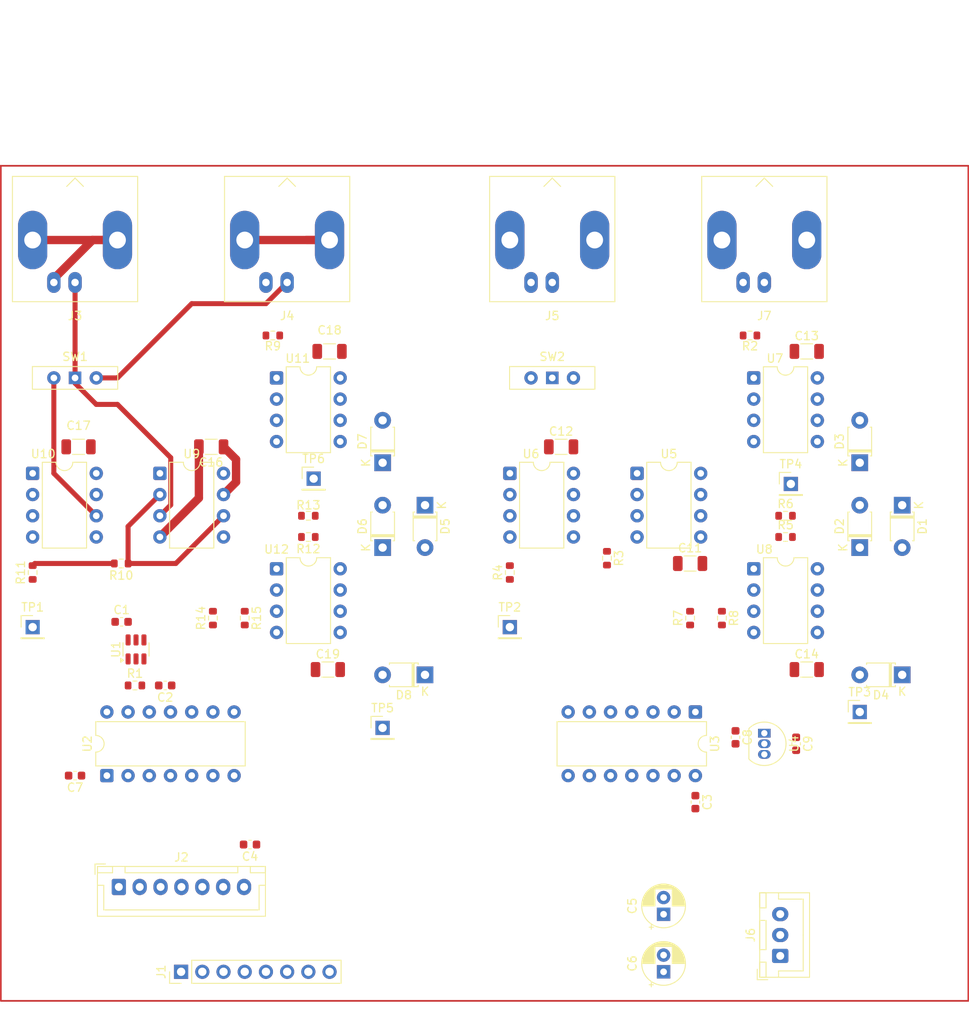
<source format=kicad_pcb>
(kicad_pcb (version 20241229) (generator "pcbnew") (generator_version "9.0")
  (layers (0 "F.Cu" signal) (4 "In1.Cu" signal) (6 "In2.Cu" signal) (8 "In3.Cu" signal) (10 "In4.Cu" signal) (2 "B.Cu" signal) (13 "F.Paste" user) (15 "B.Paste" user) (5 "F.SilkS" user "F.Silkscreen") (7 "B.SilkS" user "B.Silkscreen") (1 "F.Mask" user) (3 "B.Mask" user) (25 "Edge.Cuts" user))
  (net 0 "")
  (net 1 "+3.3V")
  (net 2 "GND")
  (net 3 "Net-(C2-Pad2)")
  (net 4 "-15V")
  (net 5 "+15V")
  (net 6 "REF_+4.096V")
  (net 7 "Net-(D1-A)")
  (net 8 "Net-(D2-A)")
  (net 9 "/PotentioStatUnit/Vcrr")
  (net 10 "/反転回路/OUTPUT")
  (net 11 "Net-(D5-A)")
  (net 12 "Net-(D6-A)")
  (net 13 "/PotentioStatUnit1/Vcrr")
  (net 14 "/反転回路1/OUTPUT")
  (net 15 "Net-(J1-Pin_1)")
  (net 16 "Net-(J1-Pin_2)")
  (net 17 "Net-(J1-Pin_3)")
  (net 18 "Net-(J2-Pin_1)")
  (net 19 "Net-(J2-Pin_2)")
  (net 20 "Net-(J2-Pin_3)")
  (net 21 "/PotentioStatUnit1/RE")
  (net 22 "/PotentioStatUnit1/WE")
  (net 23 "Net-(J4-In)")
  (net 24 "/PotentioStatUnit/WE")
  (net 25 "/PotentioStatUnit/RE")
  (net 26 "Net-(J7-In)")
  (net 27 "/REF_+2.048V")
  (net 28 "/PotentioStatUnit/Vre")
  (net 29 "Net-(U6--)")
  (net 30 "/PotentioStatUnit/INPUT")
  (net 31 "Net-(U8--)")
  (net 32 "Net-(U8-+)")
  (net 33 "Net-(U10--)")
  (net 34 "/PotentioStatUnit1/Vre")
  (net 35 "/PotentioStatUnit1/INPUT")
  (net 36 "Net-(U12--)")
  (net 37 "Net-(U12-+)")
  (net 38 "/PotentioStatUnit1/CE")
  (net 39 "/PotentioStatUnit/CE")
  (footprint "Connector_JST:JST_XH_B7B-XH-A_1x07_P2.50mm_Vertical" (layer "F.Cu") (at 14.13 86.36)
    (property "Reference" "J2" (at 7.5 -3.55 0) (layer "F.SilkS"))
    (property "Value" "Conn_01x08_Pin")
    (pad "1" thru_hole roundrect (at 0 0) (size 1.7 1.95) (drill 0.95) (layers "*.Cu" "*.Mask") (roundrect_rratio 0.147059) (net 18 "Net-(J2-Pin_1)"))
    (pad "2" thru_hole oval (at 2.5 0) (size 1.7 1.95) (drill 0.95) (layers "*.Cu" "*.Mask") (net 19 "Net-(J2-Pin_2)"))
    (pad "3" thru_hole oval (at 5 0) (size 1.7 1.95) (drill 0.95) (layers "*.Cu" "*.Mask") (net 20 "Net-(J2-Pin_3)"))
    (pad "4" thru_hole oval (at 7.5 0) (size 1.7 1.95) (drill 0.95) (layers "*.Cu" "*.Mask") (net 15 "Net-(J1-Pin_1)"))
    (pad "5" thru_hole oval (at 10 0) (size 1.7 1.95) (drill 0.95) (layers "*.Cu" "*.Mask") (net 16 "Net-(J1-Pin_2)"))
    (pad "6" thru_hole oval (at 12.5 0) (size 1.7 1.95) (drill 0.95) (layers "*.Cu" "*.Mask") (net 17 "Net-(J1-Pin_3)"))
    (pad "7" thru_hole oval (at 15 0) (size 1.7 1.95) (drill 0.95) (layers "*.Cu" "*.Mask") (net 1 "+3.3V"))
  )
  (footprint "Capacitor_SMD:C_1206_3216Metric" (layer "F.Cu") (at 96.52 22.225)
    (property "Reference" "C13" (at 0 -1.85 0) (layer "F.SilkS"))
    (property "Value" "4.7u")
    (pad "1" smd roundrect (at -1.475 0) (size 1.15 1.8) (layers "F.Cu" "F.Mask" "F.Paste") (roundrect_rratio 0.217391) (net 5 "+15V"))
    (pad "2" smd roundrect (at 1.475 0) (size 1.15 1.8) (layers "F.Cu" "F.Mask" "F.Paste") (roundrect_rratio 0.217391) (net 4 "-15V"))
  )
  (footprint "Resistor_SMD:R_0603_1608Metric" (layer "F.Cu") (at 25.4 54.165 90)
    (property "Reference" "R14" (at 0 -1.43 90) (layer "F.SilkS"))
    (property "Value" "30k")
    (pad "1" smd roundrect (at -0.825 0 90) (size 0.8 0.95) (layers "F.Cu" "F.Mask" "F.Paste") (net 6 "REF_+4.096V"))
    (pad "2" smd roundrect (at 0.825 0 90) (size 0.8 0.95) (layers "F.Cu" "F.Mask" "F.Paste") (net 37 "Net-(U12-+)"))
  )
  (footprint "Connector_JST:JST_XH_B3B-XH-A_1x03_P2.50mm_Vertical" (layer "F.Cu") (at 93.345 94.615 90)
    (property "Reference" "J6" (at 2.5 -3.55 90) (layer "F.SilkS"))
    (property "Value" "Conn_01x03_Pin")
    (pad "1" thru_hole roundrect (at 0 0 90) (size 1.7 1.95) (drill 0.95) (layers "*.Cu" "*.Mask") (roundrect_rratio 0.147059) (net 5 "+15V"))
    (pad "2" thru_hole oval (at 2.5 0 90) (size 1.7 1.95) (drill 0.95) (layers "*.Cu" "*.Mask") (net 2 "GND"))
    (pad "3" thru_hole oval (at 5 0 90) (size 1.7 1.95) (drill 0.95) (layers "*.Cu" "*.Mask") (net 4 "-15V"))
  )
  (footprint "Capacitor_THT:CP_Radial_D5.0mm_P2.00mm" (layer "F.Cu") (at 79.375 96.52 90)
    (property "Reference" "C6" (at 1 -3.75 90) (layer "F.SilkS"))
    (property "Value" "100u")
    (pad "1" thru_hole rect (at 0 0 90) (size 1.6 1.6) (drill 0.8) (layers "*.Cu" "*.Mask") (net 5 "+15V"))
    (pad "2" thru_hole circle (at 2 0 90) (size 1.6 1.6) (drill 0.8) (layers "*.Cu" "*.Mask") (net 2 "GND"))
  )
  (footprint "Diode_THT:D_T-1_P5.08mm_Horizontal" (layer "F.Cu") (at 107.95 40.64 -90)
    (property "Reference" "D1" (at 2.54 -2.42 90) (layer "F.SilkS"))
    (property "Value" "D")
    (fp_text user "K" (at 0 -2 90) (layer "F.SilkS"))
    (pad "1" thru_hole rect (at 0 0 270) (size 2 2) (drill 1) (layers "*.Cu" "*.Mask") (net 2 "GND"))
    (pad "2" thru_hole oval (at 5.08 0 270) (size 2 2) (drill 1) (layers "*.Cu" "*.Mask") (net 7 "Net-(D1-A)"))
  )
  (footprint "Package_TO_SOT_SMD:SOT-23-6" (layer "F.Cu") (at 16.19 57.9175 90)
    (property "Reference" "U1" (at 0 -2.4 90) (layer "F.SilkS"))
    (property "Value" "MCP1501-20xCH")
    (pad "1" smd roundrect (at -1.1375 -0.95 90) (size 1.325 0.6) (layers "F.Cu" "F.Mask" "F.Paste") (net 27 "/REF_+2.048V"))
    (pad "2" smd roundrect (at -1.1375 0 90) (size 1.325 0.6) (layers "F.Cu" "F.Mask" "F.Paste") (net 2 "GND"))
    (pad "3" smd roundrect (at -1.1375 0.95 90) (size 1.325 0.6) (layers "F.Cu" "F.Mask" "F.Paste") (net 2 "GND"))
    (pad "4" smd roundrect (at 1.1375 0.95 90) (size 1.325 0.6) (layers "F.Cu" "F.Mask" "F.Paste") (net 2 "GND"))
    (pad "5" smd roundrect (at 1.1375 0 90) (size 1.325 0.6) (layers "F.Cu" "F.Mask" "F.Paste") (net 2 "GND"))
    (pad "6" smd roundrect (at 1.1375 -0.95 90) (size 1.325 0.6) (layers "F.Cu" "F.Mask" "F.Paste") (net 1 "+3.3V"))
  )
  (footprint "Connector_Coaxial:BNC_Amphenol_B6252HB-NPP3G-50_Horizontal" (layer "F.Cu") (at 91.44 13.97)
    (property "Reference" "J7" (at 0 4 0) (layer "F.SilkS"))
    (property "Value" "Conn_Coaxial")
    (pad "1" thru_hole oval (at 0 0) (size 1.6 2.5) (drill 0.89) (layers "*.Cu" "*.Mask") (net 26 "Net-(J7-In)"))
    (pad "2" thru_hole oval (at -5.08 -5.08) (size 3.5 7) (drill 2.01) (layers "*.Cu" "*.Mask") (net 24 "/PotentioStatUnit/WE"))
    (pad "2" thru_hole oval (at -2.54 0) (size 1.6 2.5) (drill 0.89) (layers "*.Cu" "*.Mask") (net 24 "/PotentioStatUnit/WE"))
    (pad "2" thru_hole oval (at 5.08 -5.08) (size 3.5 7) (drill 2.01) (layers "*.Cu" "*.Mask") (net 24 "/PotentioStatUnit/WE"))
  )
  (footprint "Package_DIP:DIP-8_W7.62mm" (layer "F.Cu") (at 76.2 36.83)
    (property "Reference" "U5" (at 3.81 -2.33 0) (layer "F.SilkS"))
    (property "Value" "OP07")
    (pad "1" thru_hole roundrect (at 0 0) (size 1.6 1.6) (drill 0.8) (layers "*.Cu" "*.Mask") (roundrect_rratio 0.15625))
    (pad "2" thru_hole circle (at 0 2.54) (size 1.6 1.6) (drill 0.8) (layers "*.Cu" "*.Mask") (net 28 "/PotentioStatUnit/Vre"))
    (pad "3" thru_hole circle (at 0 5.08) (size 1.6 1.6) (drill 0.8) (layers "*.Cu" "*.Mask") (net 25 "/PotentioStatUnit/RE"))
    (pad "4" thru_hole circle (at 0 7.62) (size 1.6 1.6) (drill 0.8) (layers "*.Cu" "*.Mask") (net 4 "-15V"))
    (pad "5" thru_hole circle (at 7.62 7.62) (size 1.6 1.6) (drill 0.8) (layers "*.Cu" "*.Mask"))
    (pad "6" thru_hole circle (at 7.62 5.08) (size 1.6 1.6) (drill 0.8) (layers "*.Cu" "*.Mask") (net 28 "/PotentioStatUnit/Vre"))
    (pad "7" thru_hole circle (at 7.62 2.54) (size 1.6 1.6) (drill 0.8) (layers "*.Cu" "*.Mask") (net 5 "+15V"))
    (pad "8" thru_hole circle (at 7.62 0) (size 1.6 1.6) (drill 0.8) (layers "*.Cu" "*.Mask"))
  )
  (footprint "Diode_THT:D_T-1_P5.08mm_Horizontal" (layer "F.Cu") (at 102.87 35.56 90)
    (property "Reference" "D3" (at 2.54 -2.42 90) (layer "F.SilkS"))
    (property "Value" "D")
    (fp_text user "K" (at 0 -2 90) (layer "F.SilkS"))
    (pad "1" thru_hole rect (at 0 0 90) (size 2 2) (drill 1) (layers "*.Cu" "*.Mask") (net 8 "Net-(D2-A)"))
    (pad "2" thru_hole oval (at 5.08 0 90) (size 2 2) (drill 1) (layers "*.Cu" "*.Mask") (net 9 "/PotentioStatUnit/Vcrr"))
  )
  (footprint "Connector_PinHeader_2.54mm:PinHeader_1x01_P2.54mm_Vertical" (layer "F.Cu") (at 37.465 37.465)
    (property "Reference" "TP6" (at 0 -2.38 0) (layer "F.SilkS"))
    (property "Value" "TestPoint")
    (pad "1" thru_hole rect (at 0 0) (size 1.7 1.7) (drill 1) (layers "*.Cu" "*.Mask") (net 13 "/PotentioStatUnit1/Vcrr"))
  )
  (footprint "Package_TO_SOT_THT:TO-92_Inline" (layer "F.Cu") (at 91.44 67.945 -90)
    (property "Reference" "U4" (at 1.27 -3.56 90) (layer "F.SilkS"))
    (property "Value" "MCP1541-TO")
    (pad "1" thru_hole rect (at 0 0 270) (size 1.05 1.5) (drill 0.75) (layers "*.Cu" "*.Mask") (net 2 "GND"))
    (pad "2" thru_hole oval (at 1.27 0 270) (size 1.05 1.5) (drill 0.75) (layers "*.Cu" "*.Mask") (net 6 "REF_+4.096V"))
    (pad "3" thru_hole oval (at 2.54 0 270) (size 1.05 1.5) (drill 0.75) (layers "*.Cu" "*.Mask") (net 1 "+3.3V"))
  )
  (footprint "Capacitor_THT:CP_Radial_D5.0mm_P2.00mm" (layer "F.Cu") (at 79.375 89.63 90)
    (property "Reference" "C5" (at 1 -3.75 90) (layer "F.SilkS"))
    (property "Value" "100u")
    (pad "1" thru_hole rect (at 0 0 90) (size 1.6 1.6) (drill 0.8) (layers "*.Cu" "*.Mask") (net 2 "GND"))
    (pad "2" thru_hole circle (at 2 0 90) (size 1.6 1.6) (drill 0.8) (layers "*.Cu" "*.Mask") (net 4 "-15V"))
  )
  (footprint "Capacitor_SMD:C_1206_3216Metric" (layer "F.Cu") (at 25.195 33.655 180)
    (property "Reference" "C16" (at 0 -1.85 0) (layer "F.SilkS"))
    (property "Value" "4.7u")
    (pad "1" smd roundrect (at -1.475 0 180) (size 1.15 1.8) (layers "F.Cu" "F.Mask" "F.Paste") (roundrect_rratio 0.217391) (net 5 "+15V"))
    (pad "2" smd roundrect (at 1.475 0 180) (size 1.15 1.8) (layers "F.Cu" "F.Mask" "F.Paste") (roundrect_rratio 0.217391) (net 4 "-15V"))
  )
  (footprint "Connector_PinHeader_2.54mm:PinHeader_1x01_P2.54mm_Vertical" (layer "F.Cu") (at 3.81 55.245)
    (property "Reference" "TP1" (at 0 -2.38 0) (layer "F.SilkS"))
    (property "Value" "TestPoint")
    (pad "1" thru_hole rect (at 0 0) (size 1.7 1.7) (drill 1) (layers "*.Cu" "*.Mask") (net 35 "/PotentioStatUnit1/INPUT"))
  )
  (footprint "Capacitor_SMD:C_1206_3216Metric" (layer "F.Cu") (at 82.55 47.625)
    (property "Reference" "C11" (at 0 -1.85 0) (layer "F.SilkS"))
    (property "Value" "4.7u")
    (pad "1" smd roundrect (at -1.475 0) (size 1.15 1.8) (layers "F.Cu" "F.Mask" "F.Paste") (roundrect_rratio 0.217391) (net 5 "+15V"))
    (pad "2" smd roundrect (at 1.475 0) (size 1.15 1.8) (layers "F.Cu" "F.Mask" "F.Paste") (roundrect_rratio 0.217391) (net 4 "-15V"))
  )
  (footprint "Connector_PinHeader_2.54mm:PinHeader_1x01_P2.54mm_Vertical" (layer "F.Cu") (at 60.96 55.245)
    (property "Reference" "TP2" (at 0 -2.38 0) (layer "F.SilkS"))
    (property "Value" "TestPoint")
    (pad "1" thru_hole rect (at 0 0) (size 1.7 1.7) (drill 1) (layers "*.Cu" "*.Mask") (net 30 "/PotentioStatUnit/INPUT"))
  )
  (footprint "Capacitor_SMD:C_0603_1608Metric" (layer "F.Cu") (at 14.465 54.61)
    (property "Reference" "C1" (at 0 -1.43 0) (layer "F.SilkS"))
    (property "Value" "2.2u")
    (pad "1" smd roundrect (at -0.775 0) (size 0.9 0.95) (layers "F.Cu" "F.Mask" "F.Paste") (net 2 "GND"))
    (pad "2" smd roundrect (at 0.775 0) (size 0.9 0.95) (layers "F.Cu" "F.Mask" "F.Paste") (net 1 "+3.3V"))
  )
  (footprint "Resistor_SMD:R_0603_1608Metric" (layer "F.Cu") (at 14.415 47.625 180)
    (property "Reference" "R10" (at 0 -1.43 0) (layer "F.SilkS"))
    (property "Value" "10k")
    (pad "1" smd roundrect (at -0.825 0 180) (size 0.8 0.95) (layers "F.Cu" "F.Mask" "F.Paste") (net 34 "/PotentioStatUnit1/Vre"))
    (pad "2" smd roundrect (at 0.825 0 180) (size 0.8 0.95) (layers "F.Cu" "F.Mask" "F.Paste") (net 33 "Net-(U10--)"))
  )
  (footprint "Resistor_SMD:R_0603_1608Metric" (layer "F.Cu") (at 72.595 46.99 -90)
    (property "Reference" "R3" (at 0 -1.43 90) (layer "F.SilkS"))
    (property "Value" "10k")
    (pad "1" smd roundrect (at -0.825 0 270) (size 0.8 0.95) (layers "F.Cu" "F.Mask" "F.Paste") (net 28 "/PotentioStatUnit/Vre"))
    (pad "2" smd roundrect (at 0.825 0 270) (size 0.8 0.95) (layers "F.Cu" "F.Mask" "F.Paste") (net 29 "Net-(U6--)"))
  )
  (footprint "Package_DIP:DIP-8_W7.62mm" (layer "F.Cu") (at 90.17 25.4)
    (property "Reference" "U7" (at 2.54 -2.33 0) (layer "F.SilkS"))
    (property "Value" "OP07")
    (pad "1" thru_hole roundrect (at 0 0) (size 1.6 1.6) (drill 0.8) (layers "*.Cu" "*.Mask") (roundrect_rratio 0.15625))
    (pad "2" thru_hole circle (at 0 2.54) (size 1.6 1.6) (drill 0.8) (layers "*.Cu" "*.Mask") (net 24 "/PotentioStatUnit/WE"))
    (pad "3" thru_hole circle (at 0 5.08) (size 1.6 1.6) (drill 0.8) (layers "*.Cu" "*.Mask") (net 2 "GND"))
    (pad "4" thru_hole circle (at 0 7.62) (size 1.6 1.6) (drill 0.8) (layers "*.Cu" "*.Mask") (net 4 "-15V"))
    (pad "5" thru_hole circle (at 7.62 7.62) (size 1.6 1.6) (drill 0.8) (layers "*.Cu" "*.Mask"))
    (pad "6" thru_hole circle (at 7.62 5.08) (size 1.6 1.6) (drill 0.8) (layers "*.Cu" "*.Mask") (net 9 "/PotentioStatUnit/Vcrr"))
    (pad "7" thru_hole circle (at 7.62 2.54) (size 1.6 1.6) (drill 0.8) (layers "*.Cu" "*.Mask") (net 5 "+15V"))
    (pad "8" thru_hole circle (at 7.62 0) (size 1.6 1.6) (drill 0.8) (layers "*.Cu" "*.Mask"))
  )
  (footprint "Connector_PinHeader_2.54mm:PinHeader_1x08_P2.54mm_Vertical" (layer "F.Cu") (at 21.59 96.52 90)
    (property "Reference" "J1" (at 0 -2.38 90) (layer "F.SilkS"))
    (property "Value" "Conn_01x07_Pin")
    (pad "1" thru_hole rect (at 0 0 90) (size 1.7 1.7) (drill 1) (layers "*.Cu" "*.Mask") (net 15 "Net-(J1-Pin_1)"))
    (pad "2" thru_hole circle (at 0 2.54 90) (size 1.7 1.7) (drill 1) (layers "*.Cu" "*.Mask") (net 16 "Net-(J1-Pin_2)"))
    (pad "3" thru_hole circle (at 0 5.08 90) (size 1.7 1.7) (drill 1) (layers "*.Cu" "*.Mask") (net 17 "Net-(J1-Pin_3)"))
    (pad "4" thru_hole circle (at 0 7.62 90) (size 1.7 1.7) (drill 1) (layers "*.Cu" "*.Mask") (net 1 "+3.3V"))
    (pad "5" thru_hole circle (at 0 10.16 90) (size 1.7 1.7) (drill 1) (layers "*.Cu" "*.Mask") (net 2 "GND"))
    (pad "6" thru_hole circle (at 0 12.7 90) (size 1.7 1.7) (drill 1) (layers "*.Cu" "*.Mask") (net 5 "+15V"))
    (pad "7" thru_hole circle (at 0 15.24 90) (size 1.7 1.7) (drill 1) (layers "*.Cu" "*.Mask") (net 4 "-15V"))
    (pad "8" thru_hole circle (at 0 17.78 90) (size 1.7 1.7) (drill 1) (layers "*.Cu" "*.Mask"))
  )
  (footprint "Resistor_SMD:R_0603_1608Metric" (layer "F.Cu") (at 89.725 20.32)
    (property "Reference" "R2" (at 0 1.27 0) (layer "F.SilkS"))
    (property "Value" "100")
    (pad "1" smd roundrect (at -0.825 0) (size 0.8 0.95) (layers "F.Cu" "F.Mask" "F.Paste") (net 24 "/PotentioStatUnit/WE"))
    (pad "2" smd roundrect (at 0.825 0) (size 0.8 0.95) (layers "F.Cu" "F.Mask" "F.Paste") (net 9 "/PotentioStatUnit/Vcrr"))
  )
  (footprint "Connector_Coaxial:BNC_Amphenol_B6252HB-NPP3G-50_Horizontal" (layer "F.Cu") (at 66.04 13.97)
    (property "Reference" "J5" (at 0 4 0) (layer "F.SilkS"))
    (property "Value" "Conn_Coaxial")
    (pad "1" thru_hole oval (at 0 0) (size 1.6 2.5) (drill 0.89) (layers "*.Cu" "*.Mask") (net 25 "/PotentioStatUnit/RE"))
    (pad "2" thru_hole oval (at -5.08 -5.08) (size 3.5 7) (drill 2.01) (layers "*.Cu" "*.Mask") (net 24 "/PotentioStatUnit/WE"))
    (pad "2" thru_hole oval (at -2.54 0) (size 1.6 2.5) (drill 0.89) (layers "*.Cu" "*.Mask") (net 24 "/PotentioStatUnit/WE"))
    (pad "2" thru_hole oval (at 5.08 -5.08) (size 3.5 7) (drill 2.01) (layers "*.Cu" "*.Mask") (net 24 "/PotentioStatUnit/WE"))
  )
  (footprint "Capacitor_SMD:C_1206_3216Metric" (layer "F.Cu") (at 9.305 33.655 180)
    (property "Reference" "C17" (at 0 2.54 0) (layer "F.SilkS"))
    (property "Value" "4.7u")
    (pad "1" smd roundrect (at -1.475 0 180) (size 1.15 1.8) (layers "F.Cu" "F.Mask" "F.Paste") (roundrect_rratio 0.217391) (net 5 "+15V"))
    (pad "2" smd roundrect (at 1.475 0 180) (size 1.15 1.8) (layers "F.Cu" "F.Mask" "F.Paste") (roundrect_rratio 0.217391) (net 4 "-15V"))
  )
  (footprint "Resistor_SMD:R_0603_1608Metric" (layer "F.Cu") (at 32.575 20.32)
    (property "Reference" "R9" (at 0 1.27 0) (layer "F.SilkS"))
    (property "Value" "100")
    (pad "1" smd roundrect (at -0.825 0) (size 0.8 0.95) (layers "F.Cu" "F.Mask" "F.Paste") (net 22 "/PotentioStatUnit1/WE"))
    (pad "2" smd roundrect (at 0.825 0) (size 0.8 0.95) (layers "F.Cu" "F.Mask" "F.Paste") (net 13 "/PotentioStatUnit1/Vcrr"))
  )
  (footprint "Capacitor_SMD:C_0603_1608Metric" (layer "F.Cu") (at 83.185 76.2 -90)
    (property "Reference" "C3" (at 0 -1.43 90) (layer "F.SilkS"))
    (property "Value" "2.2u")
    (pad "1" smd roundrect (at -0.775 0 270) (size 0.9 0.95) (layers "F.Cu" "F.Mask" "F.Paste") (net 1 "+3.3V"))
    (pad "2" smd roundrect (at 0.775 0 270) (size 0.9 0.95) (layers "F.Cu" "F.Mask" "F.Paste") (net 2 "GND"))
  )
  (footprint "Resistor_SMD:R_0603_1608Metric" (layer "F.Cu") (at 93.98 41.91)
    (property "Reference" "R6" (at 0 -1.43 0) (layer "F.SilkS"))
    (property "Value" "10k")
    (pad "1" smd roundrect (at -0.825 0) (size 0.8 0.95) (layers "F.Cu" "F.Mask" "F.Paste") (net 31 "Net-(U8--)"))
    (pad "2" smd roundrect (at 0.825 0) (size 0.8 0.95) (layers "F.Cu" "F.Mask" "F.Paste") (net 9 "/PotentioStatUnit/Vcrr"))
  )
  (footprint "Package_DIP:DIP-14_W7.62mm" (layer "F.Cu") (at 12.7 73.025 90)
    (property "Reference" "U2" (at 3.81 -2.33 90) (layer "F.SilkS"))
    (property "Value" "MCP4922")
    (pad "1" thru_hole roundrect (at 0 0 90) (size 1.6 1.6) (drill 0.8) (layers "*.Cu" "*.Mask") (roundrect_rratio 0.15625) (net 1 "+3.3V"))
    (pad "2" thru_hole circle (at 0 2.54 90) (size 1.6 1.6) (drill 0.8) (layers "*.Cu" "*.Mask"))
    (pad "3" thru_hole circle (at 0 5.08 90) (size 1.6 1.6) (drill 0.8) (layers "*.Cu" "*.Mask") (net 18 "Net-(J2-Pin_1)"))
    (pad "4" thru_hole circle (at 0 7.62 90) (size 1.6 1.6) (drill 0.8) (layers "*.Cu" "*.Mask") (net 16 "Net-(J1-Pin_2)"))
    (pad "5" thru_hole circle (at 0 10.16 90) (size 1.6 1.6) (drill 0.8) (layers "*.Cu" "*.Mask") (net 15 "Net-(J1-Pin_1)"))
    (pad "6" thru_hole circle (at 0 12.7 90) (size 1.6 1.6) (drill 0.8) (layers "*.Cu" "*.Mask"))
    (pad "7" thru_hole circle (at 0 15.24 90) (size 1.6 1.6) (drill 0.8) (layers "*.Cu" "*.Mask"))
    (pad "8" thru_hole circle (at 7.62 15.24 90) (size 1.6 1.6) (drill 0.8) (layers "*.Cu" "*.Mask") (net 20 "Net-(J2-Pin_3)"))
    (pad "9" thru_hole circle (at 7.62 12.7 90) (size 1.6 1.6) (drill 0.8) (layers "*.Cu" "*.Mask") (net 1 "+3.3V"))
    (pad "10" thru_hole circle (at 7.62 10.16 90) (size 1.6 1.6) (drill 0.8) (layers "*.Cu" "*.Mask") (net 30 "/PotentioStatUnit/INPUT"))
    (pad "11" thru_hole circle (at 7.62 7.62 90) (size 1.6 1.6) (drill 0.8) (layers "*.Cu" "*.Mask") (net 27 "/REF_+2.048V"))
    (pad "12" thru_hole circle (at 7.62 5.08 90) (size 1.6 1.6) (drill 0.8) (layers "*.Cu" "*.Mask") (net 2 "GND"))
    (pad "13" thru_hole circle (at 7.62 2.54 90) (size 1.6 1.6) (drill 0.8) (layers "*.Cu" "*.Mask") (net 27 "/REF_+2.048V"))
    (pad "14" thru_hole circle (at 7.62 0 90) (size 1.6 1.6) (drill 0.8) (layers "*.Cu" "*.Mask") (net 35 "/PotentioStatUnit1/INPUT"))
  )
  (footprint "Capacitor_SMD:C_0603_1608Metric" (layer "F.Cu") (at 8.89 73.025 180)
    (property "Reference" "C7" (at 0 -1.43 0) (layer "F.SilkS"))
    (property "Value" "2.2u")
    (pad "1" smd roundrect (at -0.775 0 180) (size 0.9 0.95) (layers "F.Cu" "F.Mask" "F.Paste") (net 1 "+3.3V"))
    (pad "2" smd roundrect (at 0.775 0 180) (size 0.9 0.95) (layers "F.Cu" "F.Mask" "F.Paste") (net 2 "GND"))
  )
  (footprint "Diode_THT:D_T-1_P5.08mm_Horizontal" (layer "F.Cu") (at 45.725 45.72 90)
    (property "Reference" "D6" (at 2.54 -2.42 90) (layer "F.SilkS"))
    (property "Value" "D")
    (fp_text user "K" (at 0 -2 90) (layer "F.SilkS"))
    (pad "1" thru_hole rect (at 0 0 90) (size 2 2) (drill 1) (layers "*.Cu" "*.Mask") (net 11 "Net-(D5-A)"))
    (pad "2" thru_hole oval (at 5.08 0 90) (size 2 2) (drill 1) (layers "*.Cu" "*.Mask") (net 12 "Net-(D6-A)"))
  )
  (footprint "Capacitor_SMD:C_1206_3216Metric" (layer "F.Cu") (at 39.165 60.325)
    (property "Reference" "C19" (at 0 -1.85 0) (layer "F.SilkS"))
    (property "Value" "4.7u")
    (pad "1" smd roundrect (at -1.475 0) (size 1.15 1.8) (layers "F.Cu" "F.Mask" "F.Paste") (roundrect_rratio 0.217391) (net 4 "-15V"))
    (pad "2" smd roundrect (at 1.475 0) (size 1.15 1.8) (layers "F.Cu" "F.Mask" "F.Paste") (roundrect_rratio 0.217391) (net 5 "+15V"))
  )
  (footprint "Capacitor_SMD:C_0603_1608Metric" (layer "F.Cu") (at 87.99 68.44 -90)
    (property "Reference" "C8" (at 0 -1.43 90) (layer "F.SilkS"))
    (property "Value" "1u")
    (pad "1" smd roundrect (at -0.775 0 270) (size 0.9 0.95) (layers "F.Cu" "F.Mask" "F.Paste") (net 2 "GND"))
    (pad "2" smd roundrect (at 0.775 0 270) (size 0.9 0.95) (layers "F.Cu" "F.Mask" "F.Paste") (net 6 "REF_+4.096V"))
  )
  (footprint "Package_DIP:DIP-8_W7.62mm" (layer "F.Cu") (at 90.175 48.26)
    (property "Reference" "U8" (at 1.265 -2.33 0) (layer "F.SilkS"))
    (property "Value" "OP07")
    (pad "1" thru_hole roundrect (at 0 0) (size 1.6 1.6) (drill 0.8) (layers "*.Cu" "*.Mask") (roundrect_rratio 0.15625))
    (pad "2" thru_hole circle (at 0 2.54) (size 1.6 1.6) (drill 0.8) (layers "*.Cu" "*.Mask") (net 31 "Net-(U8--)"))
    (pad "3" thru_hole circle (at 0 5.08) (size 1.6 1.6) (drill 0.8) (layers "*.Cu" "*.Mask") (net 32 "Net-(U8-+)"))
    (pad "4" thru_hole circle (at 0 7.62) (size 1.6 1.6) (drill 0.8) (layers "*.Cu" "*.Mask") (net 4 "-15V"))
    (pad "5" thru_hole circle (at 7.62 7.62) (size 1.6 1.6) (drill 0.8) (layers "*.Cu" "*.Mask"))
    (pad "6" thru_hole circle (at 7.62 5.08) (size 1.6 1.6) (drill 0.8) (layers "*.Cu" "*.Mask") (net 10 "/反転回路/OUTPUT"))
    (pad "7" thru_hole circle (at 7.62 2.54) (size 1.6 1.6) (drill 0.8) (layers "*.Cu" "*.Mask") (net 5 "+15V"))
    (pad "8" thru_hole circle (at 7.62 0) (size 1.6 1.6) (drill 0.8) (layers "*.Cu" "*.Mask"))
  )
  (footprint "Capacitor_SMD:C_1206_3216Metric" (layer "F.Cu") (at 67.105 33.655)
    (property "Reference" "C12" (at 0 -1.85 0) (layer "F.SilkS"))
    (property "Value" "4.7u")
    (pad "1" smd roundrect (at -1.475 0) (size 1.15 1.8) (layers "F.Cu" "F.Mask" "F.Paste") (roundrect_rratio 0.217391) (net 5 "+15V"))
    (pad "2" smd roundrect (at 1.475 0) (size 1.15 1.8) (layers "F.Cu" "F.Mask" "F.Paste") (roundrect_rratio 0.217391) (net 4 "-15V"))
  )
  (footprint "Connector_Coaxial:BNC_Amphenol_B6252HB-NPP3G-50_Horizontal" (layer "F.Cu") (at 34.29 13.97)
    (property "Reference" "J4" (at 0 4 0) (layer "F.SilkS"))
    (property "Value" "Conn_Coaxial")
    (pad "1" thru_hole oval (at 0 0) (size 1.6 2.5) (drill 0.89) (layers "*.Cu" "*.Mask") (net 23 "Net-(J4-In)"))
    (pad "2" thru_hole oval (at -5.08 -5.08) (size 3.5 7) (drill 2.01) (layers "*.Cu" "*.Mask") (net 22 "/PotentioStatUnit1/WE"))
    (pad "2" thru_hole oval (at -2.54 0) (size 1.6 2.5) (drill 0.89) (layers "*.Cu" "*.Mask") (net 22 "/PotentioStatUnit1/WE"))
    (pad "2" thru_hole oval (at 5.08 -5.08) (size 3.5 7) (drill 2.01) (layers "*.Cu" "*.Mask") (net 22 "/PotentioStatUnit1/WE"))
  )
  (footprint "Package_DIP:DIP-8_W7.62mm" (layer "F.Cu") (at 33.02 25.4)
    (property "Reference" "U11" (at 2.54 -2.33 0) (layer "F.SilkS"))
    (property "Value" "OP07")
    (pad "1" thru_hole roundrect (at 0 0) (size 1.6 1.6) (drill 0.8) (layers "*.Cu" "*.Mask") (roundrect_rratio 0.15625))
    (pad "2" thru_hole circle (at 0 2.54) (size 1.6 1.6) (drill 0.8) (layers "*.Cu" "*.Mask") (net 22 "/PotentioStatUnit1/WE"))
    (pad "3" thru_hole circle (at 0 5.08) (size 1.6 1.6) (drill 0.8) (layers "*.Cu" "*.Mask") (net 2 "GND"))
    (pad "4" thru_hole circle (at 0 7.62) (size 1.6 1.6) (drill 0.8) (layers "*.Cu" "*.Mask") (net 4 "-15V"))
    (pad "5" thru_hole circle (at 7.62 7.62) (size 1.6 1.6) (drill 0.8) (layers "*.Cu" "*.Mask"))
    (pad "6" thru_hole circle (at 7.62 5.08) (size 1.6 1.6) (drill 0.8) (layers "*.Cu" "*.Mask") (net 13 "/PotentioStatUnit1/Vcrr"))
    (pad "7" thru_hole circle (at 7.62 2.54) (size 1.6 1.6) (drill 0.8) (layers "*.Cu" "*.Mask") (net 5 "+15V"))
    (pad "8" thru_hole circle (at 7.62 0) (size 1.6 1.6) (drill 0.8) (layers "*.Cu" "*.Mask"))
  )
  (footprint "Resistor_SMD:R_0603_1608Metric" (layer "F.Cu") (at 93.98 44.45)
    (property "Reference" "R5" (at 0 -1.43 0) (layer "F.SilkS"))
    (property "Value" "10k")
    (pad "1" smd roundrect (at -0.825 0) (size 0.8 0.95) (layers "F.Cu" "F.Mask" "F.Paste") (net 10 "/反転回路/OUTPUT"))
    (pad "2" smd roundrect (at 0.825 0) (size 0.8 0.95) (layers "F.Cu" "F.Mask" "F.Paste") (net 31 "Net-(U8--)"))
  )
  (footprint "Connector_Coaxial:BNC_Amphenol_B6252HB-NPP3G-50_Horizontal" (layer "F.Cu") (at 8.89 13.97)
    (property "Reference" "J3" (at 0 4 0) (layer "F.SilkS"))
    (property "Value" "Conn_Coaxial")
    (pad "1" thru_hole oval (at 0 0) (size 1.6 2.5) (drill 0.89) (layers "*.Cu" "*.Mask") (net 21 "/PotentioStatUnit1/RE"))
    (pad "2" thru_hole oval (at -5.08 -5.08) (size 3.5 7) (drill 2.01) (layers "*.Cu" "*.Mask") (net 22 "/PotentioStatUnit1/WE"))
    (pad "2" thru_hole oval (at -2.54 0) (size 1.6 2.5) (drill 0.89) (layers "*.Cu" "*.Mask") (net 22 "/PotentioStatUnit1/WE"))
    (pad "2" thru_hole oval (at 5.08 -5.08) (size 3.5 7) (drill 2.01) (layers "*.Cu" "*.Mask") (net 22 "/PotentioStatUnit1/WE"))
  )
  (footprint "Capacitor_SMD:C_1206_3216Metric" (layer "F.Cu") (at 39.37 22.225 180)
    (property "Reference" "C18" (at 0 2.54 0) (layer "F.SilkS"))
    (property "Value" "4.7u")
    (pad "1" smd roundrect (at -1.475 0 180) (size 1.15 1.8) (layers "F.Cu" "F.Mask" "F.Paste") (roundrect_rratio 0.217391) (net 5 "+15V"))
    (pad "2" smd roundrect (at 1.475 0 180) (size 1.15 1.8) (layers "F.Cu" "F.Mask" "F.Paste") (roundrect_rratio 0.217391) (net 4 "-15V"))
  )
  (footprint "Capacitor_SMD:C_0603_1608Metric" (layer "F.Cu") (at 29.845 81.28 180)
    (property "Reference" "C4" (at 0 -1.43 0) (layer "F.SilkS"))
    (property "Value" "10u")
    (pad "1" smd roundrect (at -0.775 0 180) (size 0.9 0.95) (layers "F.Cu" "F.Mask" "F.Paste") (net 2 "GND"))
    (pad "2" smd roundrect (at 0.775 0 180) (size 0.9 0.95) (layers "F.Cu" "F.Mask" "F.Paste") (net 1 "+3.3V"))
  )
  (footprint "Package_DIP:DIP-8_W7.62mm" (layer "F.Cu") (at 19.05 36.83)
    (property "Reference" "U9" (at 3.81 -2.33 0) (layer "F.SilkS"))
    (property "Value" "OP07")
    (pad "1" thru_hole roundrect (at 0 0) (size 1.6 1.6) (drill 0.8) (layers "*.Cu" "*.Mask") (roundrect_rratio 0.15625))
    (pad "2" thru_hole circle (at 0 2.54) (size 1.6 1.6) (drill 0.8) (layers "*.Cu" "*.Mask") (net 34 "/PotentioStatUnit1/Vre"))
    (pad "3" thru_hole circle (at 0 5.08) (size 1.6 1.6) (drill 0.8) (layers "*.Cu" "*.Mask") (net 21 "/PotentioStatUnit1/RE"))
    (pad "4" thru_hole circle (at 0 7.62) (size 1.6 1.6) (drill 0.8) (layers "*.Cu" "*.Mask") (net 4 "-15V"))
    (pad "5" thru_hole circle (at 7.62 7.62) (size 1.6 1.6) (drill 0.8) (layers "*.Cu" "*.Mask"))
    (pad "6" thru_hole circle (at 7.62 5.08) (size 1.6 1.6) (drill 0.8) (layers "*.Cu" "*.Mask") (net 34 "/PotentioStatUnit1/Vre"))
    (pad "7" thru_hole circle (at 7.62 2.54) (size 1.6 1.6) (drill 0.8) (layers "*.Cu" "*.Mask") (net 5 "+15V"))
    (pad "8" thru_hole circle (at 7.62 0) (size 1.6 1.6) (drill 0.8) (layers "*.Cu" "*.Mask"))
  )
  (footprint "Resistor_SMD:R_0603_1608Metric" (layer "F.Cu") (at 86.36 54.165 -90)
    (property "Reference" "R8" (at 0 -1.43 90) (layer "F.SilkS"))
    (property "Value" "10k")
    (pad "1" smd roundrect (at -0.825 0 270) (size 0.8 0.95) (layers "F.Cu" "F.Mask" "F.Paste") (net 32 "Net-(U8-+)"))
    (pad "2" smd roundrect (at 0.825 0 270) (size 0.8 0.95) (layers "F.Cu" "F.Mask" "F.Paste") (net 2 "GND"))
  )
  (footprint "Diode_THT:D_T-1_P5.08mm_Horizontal" (layer "F.Cu") (at 107.95 60.96 180)
    (property "Reference" "D4" (at 2.54 -2.42 0) (layer "F.SilkS"))
    (property "Value" "ZeD")
    (fp_text user "K" (at 0 -2 0) (layer "F.SilkS"))
    (pad "1" thru_hole rect (at 0 0 180) (size 2 2) (drill 1) (layers "*.Cu" "*.Mask") (net 2 "GND"))
    (pad "2" thru_hole oval (at 5.08 0 180) (size 2 2) (drill 1) (layers "*.Cu" "*.Mask") (net 10 "/反転回路/OUTPUT"))
  )
  (footprint "Diode_THT:D_T-1_P5.08mm_Horizontal" (layer "F.Cu") (at 50.805 40.64 -90)
    (property "Reference" "D5" (at 2.54 -2.42 90) (layer "F.SilkS"))
    (property "Value" "D")
    (fp_text user "K" (at 0 -2 90) (layer "F.SilkS"))
    (pad "1" thru_hole rect (at 0 0 270) (size 2 2) (drill 1) (layers "*.Cu" "*.Mask") (net 2 "GND"))
    (pad "2" thru_hole oval (at 5.08 0 270) (size 2 2) (drill 1) (layers "*.Cu" "*.Mask") (net 11 "Net-(D5-A)"))
  )
  (footprint "Diode_THT:D_T-1_P5.08mm_Horizontal" (layer "F.Cu") (at 50.8 60.96 180)
    (property "Reference" "D8" (at 2.54 -2.42 0) (layer "F.SilkS"))
    (property "Value" "ZeD")
    (fp_text user "K" (at 0 -2 0) (layer "F.SilkS"))
    (pad "1" thru_hole rect (at 0 0 180) (size 2 2) (drill 1) (layers "*.Cu" "*.Mask") (net 2 "GND"))
    (pad "2" thru_hole oval (at 5.08 0 180) (size 2 2) (drill 1) (layers "*.Cu" "*.Mask") (net 14 "/反転回路1/OUTPUT"))
  )
  (footprint "Button_Switch_THT:SW_Slide-03_Wuerth-WS-SLTV_10x2.5x6.4_P2.54mm" (layer "F.Cu") (at 66.04 25.4)
    (property "Reference" "SW2" (at 0 -2.54 0) (layer "F.SilkS"))
    (property "Value" "SW_SPDT")
    (pad "1" thru_hole rect (at 0 0) (size 1.5 1.5) (drill 0.8) (layers "*.Cu" "*.Mask") (net 25 "/PotentioStatUnit/RE"))
    (pad "2" thru_hole circle (at -2.54 0) (size 1.6 1.6) (drill 0.8) (layers "*.Cu" "*.Mask") (net 39 "/PotentioStatUnit/CE"))
    (pad "3" thru_hole circle (at 2.54 0) (size 1.6 1.6) (drill 0.8) (layers "*.Cu" "*.Mask") (net 26 "Net-(J7-In)"))
  )
  (footprint "Capacitor_SMD:C_0603_1608Metric" (layer "F.Cu") (at 95.25 69.215 -90)
    (property "Reference" "C9" (at 0 -1.43 90) (layer "F.SilkS"))
    (property "Value" "0.1u")
    (pad "1" smd roundrect (at -0.775 0 270) (size 0.9 0.95) (layers "F.Cu" "F.Mask" "F.Paste") (net 2 "GND"))
    (pad "2" smd roundrect (at 0.775 0 270) (size 0.9 0.95) (layers "F.Cu" "F.Mask" "F.Paste") (net 1 "+3.3V"))
  )
  (footprint "Package_DIP:DIP-8_W7.62mm" (layer "F.Cu") (at 33.025 48.26)
    (property "Reference" "U12" (at -0.005 -2.33 0) (layer "F.SilkS"))
    (property "Value" "OP07")
    (pad "1" thru_hole roundrect (at 0 0) (size 1.6 1.6) (drill 0.8) (layers "*.Cu" "*.Mask") (roundrect_rratio 0.15625))
    (pad "2" thru_hole circle (at 0 2.54) (size 1.6 1.6) (drill 0.8) (layers "*.Cu" "*.Mask") (net 36 "Net-(U12--)"))
    (pad "3" thru_hole circle (at 0 5.08) (size 1.6 1.6) (drill 0.8) (layers "*.Cu" "*.Mask") (net 37 "Net-(U12-+)"))
    (pad "4" thru_hole circle (at 0 7.62) (size 1.6 1.6) (drill 0.8) (layers "*.Cu" "*.Mask") (net 4 "-15V"))
    (pad "5" thru_hole circle (at 7.62 7.62) (size 1.6 1.6) (drill 0.8) (layers "*.Cu" "*.Mask"))
    (pad "6" thru_hole circle (at 7.62 5.08) (size 1.6 1.6) (drill 0.8) (layers "*.Cu" "*.Mask") (net 14 "/反転回路1/OUTPUT"))
    (pad "7" thru_hole circle (at 7.62 2.54) (size 1.6 1.6) (drill 0.8) (layers "*.Cu" "*.Mask") (net 5 "+15V"))
    (pad "8" thru_hole circle (at 7.62 0) (size 1.6 1.6) (drill 0.8) (layers "*.Cu" "*.Mask"))
  )
  (footprint "Resistor_SMD:R_0603_1608Metric" (layer "F.Cu") (at 60.96 48.705 90)
    (property "Reference" "R4" (at 0 -1.43 90) (layer "F.SilkS"))
    (property "Value" "10k")
    (pad "1" smd roundrect (at -0.825 0 90) (size 0.8 0.95) (layers "F.Cu" "F.Mask" "F.Paste") (net 30 "/PotentioStatUnit/INPUT"))
    (pad "2" smd roundrect (at 0.825 0 90) (size 0.8 0.95) (layers "F.Cu" "F.Mask" "F.Paste") (net 29 "Net-(U6--)"))
  )
  (footprint "Resistor_SMD:R_0603_1608Metric" (layer "F.Cu") (at 36.83 44.45 180)
    (property "Reference" "R12" (at 0 -1.43 0) (layer "F.SilkS"))
    (property "Value" "10k")
    (pad "1" smd roundrect (at -0.825 0 180) (size 0.8 0.95) (layers "F.Cu" "F.Mask" "F.Paste") (net 14 "/反転回路1/OUTPUT"))
    (pad "2" smd roundrect (at 0.825 0 180) (size 0.8 0.95) (layers "F.Cu" "F.Mask" "F.Paste") (net 36 "Net-(U12--)"))
  )
  (footprint "Connector_PinHeader_2.54mm:PinHeader_1x01_P2.54mm_Vertical" (layer "F.Cu") (at 45.72 67.31)
    (property "Reference" "TP5" (at 0 -2.38 0) (layer "F.SilkS"))
    (property "Value" "TestPoint")
    (pad "1" thru_hole rect (at 0 0) (size 1.7 1.7) (drill 1) (layers "*.Cu" "*.Mask") (net 14 "/反転回路1/OUTPUT"))
  )
  (footprint "Diode_THT:D_T-1_P5.08mm_Horizontal" (layer "F.Cu") (at 45.725 35.56 90)
    (property "Reference" "D7" (at 2.54 -2.42 90) (layer "F.SilkS"))
    (property "Value" "D")
    (fp_text user "K" (at 0 -2 90) (layer "F.SilkS"))
    (pad "1" thru_hole rect (at 0 0 90) (size 2 2) (drill 1) (layers "*.Cu" "*.Mask") (net 12 "Net-(D6-A)"))
    (pad "2" thru_hole oval (at 5.08 0 90) (size 2 2) (drill 1) (layers "*.Cu" "*.Mask") (net 13 "/PotentioStatUnit1/Vcrr"))
  )
  (footprint "Button_Switch_THT:SW_Slide-03_Wuerth-WS-SLTV_10x2.5x6.4_P2.54mm" (layer "F.Cu") (at 8.89 25.4)
    (property "Reference" "SW1" (at 0 -2.54 0) (layer "F.SilkS"))
    (property "Value" "SW_SPDT")
    (pad "1" thru_hole rect (at 0 0) (size 1.5 1.5) (drill 0.8) (layers "*.Cu" "*.Mask") (net 21 "/PotentioStatUnit1/RE"))
    (pad "2" thru_hole circle (at -2.54 0) (size 1.6 1.6) (drill 0.8) (layers "*.Cu" "*.Mask") (net 38 "/PotentioStatUnit1/CE"))
    (pad "3" thru_hole circle (at 2.54 0) (size 1.6 1.6) (drill 0.8) (layers "*.Cu" "*.Mask") (net 23 "Net-(J4-In)"))
  )
  (footprint "Capacitor_SMD:C_1206_3216Metric" (layer "F.Cu") (at 96.52 60.325)
    (property "Reference" "C14" (at 0 -1.85 0) (layer "F.SilkS"))
    (property "Value" "4.7u")
    (pad "1" smd roundrect (at -1.475 0) (size 1.15 1.8) (layers "F.Cu" "F.Mask" "F.Paste") (roundrect_rratio 0.217391) (net 4 "-15V"))
    (pad "2" smd roundrect (at 1.475 0) (size 1.15 1.8) (layers "F.Cu" "F.Mask" "F.Paste") (roundrect_rratio 0.217391) (net 5 "+15V"))
  )
  (footprint "Package_DIP:DIP-14_W7.62mm" (layer "F.Cu") (at 83.185 65.405 -90)
    (property "Reference" "U3" (at 3.81 -2.33 90) (layer "F.SilkS"))
    (property "Value" "MCP3204")
    (pad "1" thru_hole roundrect (at 0 0 270) (size 1.6 1.6) (drill 0.8) (layers "*.Cu" "*.Mask") (roundrect_rratio 0.15625) (net 10 "/反転回路/OUTPUT"))
    (pad "2" thru_hole circle (at 0 2.54 270) (size 1.6 1.6) (drill 0.8) (layers "*.Cu" "*.Mask") (net 14 "/反転回路1/OUTPUT"))
    (pad "3" thru_hole circle (at 0 5.08 270) (size 1.6 1.6) (drill 0.8) (layers "*.Cu" "*.Mask"))
    (pad "4" thru_hole circle (at 0 7.62 270) (size 1.6 1.6) (drill 0.8) (layers "*.Cu" "*.Mask"))
    (pad "5" thru_hole circle (at 0 10.16 270) (size 1.6 1.6) (drill 0.8) (layers "*.Cu" "*.Mask"))
    (pad "6" thru_hole circle (at 0 12.7 270) (size 1.6 1.6) (drill 0.8) (layers "*.Cu" "*.Mask"))
    (pad "7" thru_hole circle (at 0 15.24 270) (size 1.6 1.6) (drill 0.8) (layers "*.Cu" "*.Mask") (net 2 "GND"))
    (pad "8" thru_hole circle (at 7.62 15.24 270) (size 1.6 1.6) (drill 0.8) (layers "*.Cu" "*.Mask") (net 19 "Net-(J2-Pin_2)"))
    (pad "9" thru_hole circle (at 7.62 12.7 270) (size 1.6 1.6) (drill 0.8) (layers "*.Cu" "*.Mask") (net 15 "Net-(J1-Pin_1)"))
    (pad "10" thru_hole circle (at 7.62 10.16 270) (size 1.6 1.6) (drill 0.8) (layers "*.Cu" "*.Mask") (net 17 "Net-(J1-Pin_3)"))
    (pad "11" thru_hole circle (at 7.62 7.62 270) (size 1.6 1.6) (drill 0.8) (layers "*.Cu" "*.Mask") (net 16 "Net-(J1-Pin_2)"))
    (pad "12" thru_hole circle (at 7.62 5.08 270) (size 1.6 1.6) (drill 0.8) (layers "*.Cu" "*.Mask") (net 2 "GND"))
    (pad "13" thru_hole circle (at 7.62 2.54 270) (size 1.6 1.6) (drill 0.8) (layers "*.Cu" "*.Mask") (net 6 "REF_+4.096V"))
    (pad "14" thru_hole circle (at 7.62 0 270) (size 1.6 1.6) (drill 0.8) (layers "*.Cu" "*.Mask") (net 1 "+3.3V"))
  )
  (footprint "Resistor_SMD:R_0603_1608Metric" (layer "F.Cu") (at 36.83 41.91)
    (property "Reference" "R13" (at 0 -1.27 0) (layer "F.SilkS"))
    (property "Value" "10k")
    (pad "1" smd roundrect (at -0.825 0) (size 0.8 0.95) (layers "F.Cu" "F.Mask" "F.Paste") (net 36 "Net-(U12--)"))
    (pad "2" smd roundrect (at 0.825 0) (size 0.8 0.95) (layers "F.Cu" "F.Mask" "F.Paste") (net 13 "/PotentioStatUnit1/Vcrr"))
  )
  (footprint "Package_DIP:DIP-8_W7.62mm" (layer "F.Cu") (at 3.81 36.83)
    (property "Reference" "U10" (at 1.27 -2.33 0) (layer "F.SilkS"))
    (property "Value" "OP07")
    (pad "1" thru_hole roundrect (at 0 0) (size 1.6 1.6) (drill 0.8) (layers "*.Cu" "*.Mask") (roundrect_rratio 0.15625))
    (pad "2" thru_hole circle (at 0 2.54) (size 1.6 1.6) (drill 0.8) (layers "*.Cu" "*.Mask") (net 33 "Net-(U10--)"))
    (pad "3" thru_hole circle (at 0 5.08) (size 1.6 1.6) (drill 0.8) (layers "*.Cu" "*.Mask") (net 2 "GND"))
    (pad "4" thru_hole circle (at 0 7.62) (size 1.6 1.6) (drill 0.8) (layers "*.Cu" "*.Mask") (net 4 "-15V"))
    (pad "5" thru_hole circle (at 7.62 7.62) (size 1.6 1.6) (drill 0.8) (layers "*.Cu" "*.Mask"))
    (pad "6" thru_hole circle (at 7.62 5.08) (size 1.6 1.6) (drill 0.8) (layers "*.Cu" "*.Mask") (net 38 "/PotentioStatUnit1/CE"))
    (pad "7" thru_hole circle (at 7.62 2.54) (size 1.6 1.6) (drill 0.8) (layers "*.Cu" "*.Mask") (net 5 "+15V"))
    (pad "8" thru_hole circle (at 7.62 0) (size 1.6 1.6) (drill 0.8) (layers "*.Cu" "*.Mask"))
  )
  (footprint "Resistor_SMD:R_0603_1608Metric" (layer "F.Cu") (at 16.065 62.23)
    (property "Reference" "R1" (at 0 -1.43 0) (layer "F.SilkS"))
    (property "Value" "1k")
    (pad "1" smd roundrect (at -0.825 0) (size 0.8 0.95) (layers "F.Cu" "F.Mask" "F.Paste") (net 27 "/REF_+2.048V"))
    (pad "2" smd roundrect (at 0.825 0) (size 0.8 0.95) (layers "F.Cu" "F.Mask" "F.Paste") (net 3 "Net-(C2-Pad2)"))
  )
  (footprint "Resistor_SMD:R_0603_1608Metric" (layer "F.Cu") (at 3.81 48.705 90)
    (property "Reference" "R11" (at 0 -1.43 90) (layer "F.SilkS"))
    (property "Value" "10k")
    (pad "1" smd roundrect (at -0.825 0 90) (size 0.8 0.95) (layers "F.Cu" "F.Mask" "F.Paste") (net 35 "/PotentioStatUnit1/INPUT"))
    (pad "2" smd roundrect (at 0.825 0 90) (size 0.8 0.95) (layers "F.Cu" "F.Mask" "F.Paste") (net 33 "Net-(U10--)"))
  )
  (footprint "Diode_THT:D_T-1_P5.08mm_Horizontal" (layer "F.Cu") (at 102.87 45.72 90)
    (property "Reference" "D2" (at 2.54 -2.42 90) (layer "F.SilkS"))
    (property "Value" "D")
    (fp_text user "K" (at 0 -2 90) (layer "F.SilkS"))
    (pad "1" thru_hole rect (at 0 0 90) (size 2 2) (drill 1) (layers "*.Cu" "*.Mask") (net 7 "Net-(D1-A)"))
    (pad "2" thru_hole oval (at 5.08 0 90) (size 2 2) (drill 1) (layers "*.Cu" "*.Mask") (net 8 "Net-(D2-A)"))
  )
  (footprint "Package_DIP:DIP-8_W7.62mm" (layer "F.Cu") (at 60.965 36.83)
    (property "Reference" "U6" (at 2.535 -2.33 0) (layer "F.SilkS"))
    (property "Value" "OP07")
    (pad "1" thru_hole roundrect (at 0 0) (size 1.6 1.6) (drill 0.8) (layers "*.Cu" "*.Mask") (roundrect_rratio 0.15625))
    (pad "2" thru_hole circle (at 0 2.54) (size 1.6 1.6) (drill 0.8) (layers "*.Cu" "*.Mask") (net 29 "Net-(U6--)"))
    (pad "3" thru_hole circle (at 0 5.08) (size 1.6 1.6) (drill 0.8) (layers "*.Cu" "*.Mask") (net 2 "GND"))
    (pad "4" thru_hole circle (at 0 7.62) (size 1.6 1.6) (drill 0.8) (layers "*.Cu" "*.Mask") (net 4 "-15V"))
    (pad "5" thru_hole circle (at 7.62 7.62) (size 1.6 1.6) (drill 0.8) (layers "*.Cu" "*.Mask"))
    (pad "6" thru_hole circle (at 7.62 5.08) (size 1.6 1.6) (drill 0.8) (layers "*.Cu" "*.Mask") (net 39 "/PotentioStatUnit/CE"))
    (pad "7" thru_hole circle (at 7.62 2.54) (size 1.6 1.6) (drill 0.8) (layers "*.Cu" "*.Mask") (net 5 "+15V"))
    (pad "8" thru_hole circle (at 7.62 0) (size 1.6 1.6) (drill 0.8) (layers "*.Cu" "*.Mask"))
  )
  (footprint "Resistor_SMD:R_0603_1608Metric" (layer "F.Cu") (at 82.55 54.165 90)
    (property "Reference" "R7" (at 0 -1.43 90) (layer "F.SilkS"))
    (property "Value" "30k")
    (pad "1" smd roundrect (at -0.825 0 90) (size 0.8 0.95) (layers "F.Cu" "F.Mask" "F.Paste") (net 6 "REF_+4.096V"))
    (pad "2" smd roundrect (at 0.825 0 90) (size 0.8 0.95) (layers "F.Cu" "F.Mask" "F.Paste") (net 32 "Net-(U8-+)"))
  )
  (footprint "Connector_PinHeader_2.54mm:PinHeader_1x01_P2.54mm_Vertical" (layer "F.Cu") (at 94.615 38.1)
    (property "Reference" "TP4" (at 0 -2.38 0) (layer "F.SilkS"))
    (property "Value" "TestPoint")
    (pad "1" thru_hole rect (at 0 0) (size 1.7 1.7) (drill 1) (layers "*.Cu" "*.Mask") (net 9 "/PotentioStatUnit/Vcrr"))
  )
  (footprint "Capacitor_SMD:C_0603_1608Metric" (layer "F.Cu") (at 19.685 62.23 180)
    (property "Reference" "C2" (at 0 -1.43 0) (layer "F.SilkS"))
    (property "Value" "2.2u")
    (pad "1" smd roundrect (at -0.775 0 180) (size 0.9 0.95) (layers "F.Cu" "F.Mask" "F.Paste") (net 2 "GND"))
    (pad "2" smd roundrect (at 0.775 0 180) (size 0.9 0.95) (layers "F.Cu" "F.Mask" "F.Paste") (net 3 "Net-(C2-Pad2)"))
  )
  (footprint "Resistor_SMD:R_0603_1608Metric" (layer "F.Cu") (at 29.21 54.165 -90)
    (property "Reference" "R15" (at 0 -1.43 90) (layer "F.SilkS"))
    (property "Value" "10k")
    (pad "1" smd roundrect (at -0.825 0 270) (size 0.8 0.95) (layers "F.Cu" "F.Mask" "F.Paste") (net 37 "Net-(U12-+)"))
    (pad "2" smd roundrect (at 0.825 0 270) (size 0.8 0.95) (layers "F.Cu" "F.Mask" "F.Paste") (net 2 "GND"))
  )
  (footprint "Connector_PinHeader_2.54mm:PinHeader_1x01_P2.54mm_Vertical" (layer "F.Cu") (at 102.87 65.405)
    (property "Reference" "TP3" (at 0 -2.38 0) (layer "F.SilkS"))
    (property "Value" "TestPoint")
    (pad "1" thru_hole rect (at 0 0) (size 1.7 1.7) (drill 1) (layers "*.Cu" "*.Mask") (net 10 "/反転回路/OUTPUT"))
  )
  (gr_rect (start 0 0) (end 115.875 100) (stroke (width 0.2)) (fill no) (layer "F.Cu") (net 1))
  (segment (start 23.72 39.78) (end 23.72 33.655) (width 1) (layer "F.Cu") (net 4))
  (segment (start 23.72 39.78) (end 19.05 44.45) (width 1) (layer "F.Cu") (net 4))
  (segment (start 28.171 35.156) (end 26.67 33.655) (width 1) (layer "F.Cu") (net 5))
  (segment (start 26.67 39.37) (end 28.171 37.869) (width 1) (layer "F.Cu") (net 5))
  (segment (start 28.171 37.869) (end 28.171 35.156) (width 1) (layer "F.Cu") (net 5))
  (segment (start 11.43 28.575) (end 8.89 26.035) (width 0.6) (layer "F.Cu") (net 21))
  (segment (start 20.351 40.609) (end 20.351 34.956) (width 0.6) (layer "F.Cu") (net 21))
  (segment (start 13.97 28.575) (end 11.43 28.575) (width 0.6) (layer "F.Cu") (net 21))
  (segment (start 19.05 41.91) (end 20.351 40.609) (width 0.6) (layer "F.Cu") (net 21))
  (segment (start 20.351 34.956) (end 13.97 28.575) (width 0.6) (layer "F.Cu") (net 21))
  (segment (start 8.89 13.97) (end 8.89 25.4) (width 0.6) (layer "F.Cu") (net 21))
  (segment (start 8.89 26.035) (end 8.89 25.4) (width 0.6) (layer "F.Cu") (net 21))
  (segment (start 3.81 8.89) (end 13.97 8.89) (width 1) (layer "F.Cu") (net 22))
  (segment (start 6.35 13.97) (end 6.35 13.52) (width 1) (layer "F.Cu") (net 22))
  (segment (start 6.35 13.52) (end 10.98 8.89) (width 1) (layer "F.Cu") (net 22))
  (segment (start 31.75 13.76) (end 31.75 13.97) (width 1) (layer "F.Cu") (net 22))
  (segment (start 10.98 8.89) (end 13.97 8.89) (width 1) (layer "F.Cu") (net 22))
  (segment (start 39.37 8.89) (end 36.62 8.89) (width 1) (layer "F.Cu") (net 22))
  (segment (start 29.21 8.89) (end 39.37 8.89) (width 1) (layer "F.Cu") (net 22))
  (segment (start 22.86 16.51) (end 31.75 16.51) (width 0.6) (layer "F.Cu") (net 23))
  (segment (start 11.43 25.4) (end 13.97 25.4) (width 0.6) (layer "F.Cu") (net 23))
  (segment (start 31.75 16.51) (end 34.29 13.97) (width 0.6) (layer "F.Cu") (net 23))
  (segment (start 13.97 25.4) (end 22.86 16.51) (width 0.6) (layer "F.Cu") (net 23))
  (segment (start 4.065 47.625) (end 3.81 47.88) (width 0.6) (layer "F.Cu") (net 33))
  (segment (start 13.59 47.625) (end 4.065 47.625) (width 0.6) (layer "F.Cu") (net 33))
  (segment (start 20.955 47.625) (end 15.24 47.625) (width 0.6) (layer "F.Cu") (net 34))
  (segment (start 26.67 41.91) (end 20.955 47.625) (width 0.6) (layer "F.Cu") (net 34))
  (segment (start 19.05 39.37) (end 15.24 43.18) (width 0.6) (layer "F.Cu") (net 34))
  (segment (start 15.24 43.18) (end 15.24 47.625) (width 0.6) (layer "F.Cu") (net 34))
  (segment (start 11.43 41.91) (end 6.35 36.83) (width 0.6) (layer "F.Cu") (net 38))
  (segment (start 6.35 36.83) (end 6.35 25.4) (width 0.6) (layer "F.Cu") (net 38))
)
</source>
